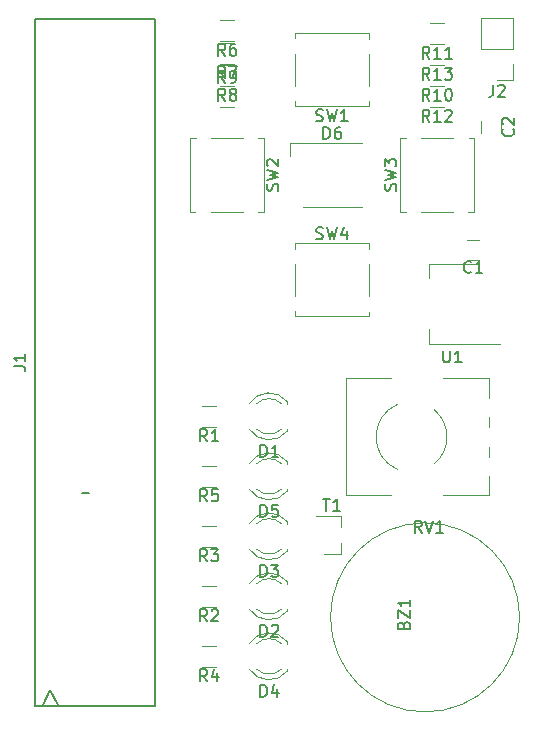
<source format=gbr>
G04 #@! TF.FileFunction,Legend,Top*
%FSLAX46Y46*%
G04 Gerber Fmt 4.6, Leading zero omitted, Abs format (unit mm)*
G04 Created by KiCad (PCBNEW 4.0.6) date 2017 August 12, Saturday 01:15:01*
%MOMM*%
%LPD*%
G01*
G04 APERTURE LIST*
%ADD10C,0.100000*%
%ADD11C,0.120000*%
%ADD12C,0.150000*%
G04 APERTURE END LIST*
D10*
D11*
X86744871Y-120015000D02*
G75*
G03X86744871Y-120015000I-8004871J0D01*
G01*
X63859665Y-104075608D02*
G75*
G03X67092000Y-104232516I1672335J1078608D01*
G01*
X63859665Y-101918392D02*
G75*
G02X67092000Y-101761484I1672335J-1078608D01*
G01*
X64490870Y-104076837D02*
G75*
G03X66572961Y-104077000I1041130J1079837D01*
G01*
X64490870Y-101917163D02*
G75*
G02X66572961Y-101917000I1041130J-1079837D01*
G01*
X67092000Y-104233000D02*
X67092000Y-104077000D01*
X67092000Y-101917000D02*
X67092000Y-101761000D01*
X63859665Y-119315608D02*
G75*
G03X67092000Y-119472516I1672335J1078608D01*
G01*
X63859665Y-117158392D02*
G75*
G02X67092000Y-117001484I1672335J-1078608D01*
G01*
X64490870Y-119316837D02*
G75*
G03X66572961Y-119317000I1041130J1079837D01*
G01*
X64490870Y-117157163D02*
G75*
G02X66572961Y-117157000I1041130J-1079837D01*
G01*
X67092000Y-119473000D02*
X67092000Y-119317000D01*
X67092000Y-117157000D02*
X67092000Y-117001000D01*
X63859665Y-114235608D02*
G75*
G03X67092000Y-114392516I1672335J1078608D01*
G01*
X63859665Y-112078392D02*
G75*
G02X67092000Y-111921484I1672335J-1078608D01*
G01*
X64490870Y-114236837D02*
G75*
G03X66572961Y-114237000I1041130J1079837D01*
G01*
X64490870Y-112077163D02*
G75*
G02X66572961Y-112077000I1041130J-1079837D01*
G01*
X67092000Y-114393000D02*
X67092000Y-114237000D01*
X67092000Y-112077000D02*
X67092000Y-111921000D01*
X63859665Y-124395608D02*
G75*
G03X67092000Y-124552516I1672335J1078608D01*
G01*
X63859665Y-122238392D02*
G75*
G02X67092000Y-122081484I1672335J-1078608D01*
G01*
X64490870Y-124396837D02*
G75*
G03X66572961Y-124397000I1041130J1079837D01*
G01*
X64490870Y-122237163D02*
G75*
G02X66572961Y-122237000I1041130J-1079837D01*
G01*
X67092000Y-124553000D02*
X67092000Y-124397000D01*
X67092000Y-122237000D02*
X67092000Y-122081000D01*
X63859665Y-109155608D02*
G75*
G03X67092000Y-109312516I1672335J1078608D01*
G01*
X63859665Y-106998392D02*
G75*
G02X67092000Y-106841484I1672335J-1078608D01*
G01*
X64490870Y-109156837D02*
G75*
G03X66572961Y-109157000I1041130J1079837D01*
G01*
X64490870Y-106997163D02*
G75*
G02X66572961Y-106997000I1041130J-1079837D01*
G01*
X67092000Y-109313000D02*
X67092000Y-109157000D01*
X67092000Y-106997000D02*
X67092000Y-106841000D01*
X67266000Y-79850000D02*
X73366000Y-79850000D01*
X67266000Y-80950000D02*
X67266000Y-79850000D01*
X73366000Y-85250000D02*
X68366000Y-85250000D01*
D12*
X46355000Y-127460000D02*
X46990000Y-126190000D01*
X46990000Y-126190000D02*
X47625000Y-127460000D01*
X55880000Y-69370000D02*
X55880000Y-127490000D01*
X55880000Y-127490000D02*
X45720000Y-127490000D01*
X45720000Y-127490000D02*
X45720000Y-69370000D01*
X45720000Y-69370000D02*
X55880000Y-69370000D01*
X49720000Y-109510000D02*
X50270000Y-109510000D01*
D11*
X76418018Y-107497432D02*
G75*
G02X76417000Y-101973000I1171982J2762432D01*
G01*
X79518295Y-102437247D02*
G75*
G02X79518000Y-107033000I-1928295J-2297753D01*
G01*
X84150000Y-109696000D02*
X80284000Y-109696000D01*
X75895000Y-109696000D02*
X72030000Y-109696000D01*
X84150000Y-99775000D02*
X80284000Y-99775000D01*
X75895000Y-99775000D02*
X72030000Y-99775000D01*
X84150000Y-109696000D02*
X84150000Y-108060000D01*
X84150000Y-106410000D02*
X84150000Y-105560000D01*
X84150000Y-103910000D02*
X84150000Y-103060000D01*
X84150000Y-101410000D02*
X84150000Y-99775000D01*
X72030000Y-109696000D02*
X72030000Y-99775000D01*
X79116000Y-90062000D02*
X79116000Y-91322000D01*
X79116000Y-96882000D02*
X79116000Y-95622000D01*
X82876000Y-90062000D02*
X79116000Y-90062000D01*
X85126000Y-96882000D02*
X79116000Y-96882000D01*
X82304000Y-89750000D02*
X83304000Y-89750000D01*
X83304000Y-88050000D02*
X82304000Y-88050000D01*
X85178000Y-78986000D02*
X85178000Y-77986000D01*
X83478000Y-77986000D02*
X83478000Y-78986000D01*
X59852000Y-102117000D02*
X61052000Y-102117000D01*
X61052000Y-103877000D02*
X59852000Y-103877000D01*
X59852000Y-117357000D02*
X61052000Y-117357000D01*
X61052000Y-119117000D02*
X59852000Y-119117000D01*
X59852000Y-112277000D02*
X61052000Y-112277000D01*
X61052000Y-114037000D02*
X59852000Y-114037000D01*
X59852000Y-122437000D02*
X61052000Y-122437000D01*
X61052000Y-124197000D02*
X59852000Y-124197000D01*
X59852000Y-107197000D02*
X61052000Y-107197000D01*
X61052000Y-108957000D02*
X59852000Y-108957000D01*
X61376000Y-69478000D02*
X62576000Y-69478000D01*
X62576000Y-71238000D02*
X61376000Y-71238000D01*
X61376000Y-71383000D02*
X62576000Y-71383000D01*
X62576000Y-73143000D02*
X61376000Y-73143000D01*
X61376000Y-73288000D02*
X62576000Y-73288000D01*
X62576000Y-75048000D02*
X61376000Y-75048000D01*
X62576000Y-76826000D02*
X61376000Y-76826000D01*
X61376000Y-75066000D02*
X62576000Y-75066000D01*
X79156000Y-73288000D02*
X80356000Y-73288000D01*
X80356000Y-75048000D02*
X79156000Y-75048000D01*
X79156000Y-69732000D02*
X80356000Y-69732000D01*
X80356000Y-71492000D02*
X79156000Y-71492000D01*
X79156000Y-75066000D02*
X80356000Y-75066000D01*
X80356000Y-76826000D02*
X79156000Y-76826000D01*
X79156000Y-71510000D02*
X80356000Y-71510000D01*
X80356000Y-73270000D02*
X79156000Y-73270000D01*
X86166000Y-69282000D02*
X83506000Y-69282000D01*
X86166000Y-71882000D02*
X86166000Y-69282000D01*
X83506000Y-71882000D02*
X83506000Y-69282000D01*
X86166000Y-71882000D02*
X83506000Y-71882000D01*
X86166000Y-73152000D02*
X86166000Y-74482000D01*
X86166000Y-74482000D02*
X84836000Y-74482000D01*
X71626000Y-114610000D02*
X71626000Y-113680000D01*
X71626000Y-111450000D02*
X71626000Y-112380000D01*
X71626000Y-111450000D02*
X69466000Y-111450000D01*
X71626000Y-114610000D02*
X70166000Y-114610000D01*
X74016000Y-71010000D02*
X74016000Y-70560000D01*
X74016000Y-70560000D02*
X67716000Y-70560000D01*
X67716000Y-70560000D02*
X67716000Y-70960000D01*
X74016000Y-72310000D02*
X74016000Y-75010000D01*
X67716000Y-75010000D02*
X67716000Y-72310000D01*
X74016000Y-76760000D02*
X67716000Y-76760000D01*
X67716000Y-76760000D02*
X67716000Y-76310000D01*
X74016000Y-76310000D02*
X74016000Y-76760000D01*
X59326000Y-79400000D02*
X58876000Y-79400000D01*
X58876000Y-79400000D02*
X58876000Y-85700000D01*
X58876000Y-85700000D02*
X59276000Y-85700000D01*
X60626000Y-79400000D02*
X63326000Y-79400000D01*
X63326000Y-85700000D02*
X60626000Y-85700000D01*
X65076000Y-79400000D02*
X65076000Y-85700000D01*
X65076000Y-85700000D02*
X64626000Y-85700000D01*
X64626000Y-79400000D02*
X65076000Y-79400000D01*
X82406000Y-85700000D02*
X82856000Y-85700000D01*
X82856000Y-85700000D02*
X82856000Y-79400000D01*
X82856000Y-79400000D02*
X82456000Y-79400000D01*
X81106000Y-85700000D02*
X78406000Y-85700000D01*
X78406000Y-79400000D02*
X81106000Y-79400000D01*
X76656000Y-85700000D02*
X76656000Y-79400000D01*
X76656000Y-79400000D02*
X77106000Y-79400000D01*
X77106000Y-85700000D02*
X76656000Y-85700000D01*
X67716000Y-94090000D02*
X67716000Y-94540000D01*
X67716000Y-94540000D02*
X74016000Y-94540000D01*
X74016000Y-94540000D02*
X74016000Y-94140000D01*
X67716000Y-92790000D02*
X67716000Y-90090000D01*
X74016000Y-90090000D02*
X74016000Y-92790000D01*
X67716000Y-88340000D02*
X74016000Y-88340000D01*
X74016000Y-88340000D02*
X74016000Y-88790000D01*
X67716000Y-88790000D02*
X67716000Y-88340000D01*
D12*
X76918511Y-120647032D02*
X76966130Y-120504175D01*
X77013750Y-120456556D01*
X77108988Y-120408937D01*
X77251845Y-120408937D01*
X77347083Y-120456556D01*
X77394702Y-120504175D01*
X77442321Y-120599413D01*
X77442321Y-120980366D01*
X76442321Y-120980366D01*
X76442321Y-120647032D01*
X76489940Y-120551794D01*
X76537559Y-120504175D01*
X76632797Y-120456556D01*
X76728035Y-120456556D01*
X76823273Y-120504175D01*
X76870892Y-120551794D01*
X76918511Y-120647032D01*
X76918511Y-120980366D01*
X76442321Y-120075604D02*
X76442321Y-119408937D01*
X77442321Y-120075604D01*
X77442321Y-119408937D01*
X77442321Y-118504175D02*
X77442321Y-119075604D01*
X77442321Y-118789890D02*
X76442321Y-118789890D01*
X76585178Y-118885128D01*
X76680416Y-118980366D01*
X76728035Y-119075604D01*
X64793905Y-106409381D02*
X64793905Y-105409381D01*
X65032000Y-105409381D01*
X65174858Y-105457000D01*
X65270096Y-105552238D01*
X65317715Y-105647476D01*
X65365334Y-105837952D01*
X65365334Y-105980810D01*
X65317715Y-106171286D01*
X65270096Y-106266524D01*
X65174858Y-106361762D01*
X65032000Y-106409381D01*
X64793905Y-106409381D01*
X66317715Y-106409381D02*
X65746286Y-106409381D01*
X66032000Y-106409381D02*
X66032000Y-105409381D01*
X65936762Y-105552238D01*
X65841524Y-105647476D01*
X65746286Y-105695095D01*
X64793905Y-121649381D02*
X64793905Y-120649381D01*
X65032000Y-120649381D01*
X65174858Y-120697000D01*
X65270096Y-120792238D01*
X65317715Y-120887476D01*
X65365334Y-121077952D01*
X65365334Y-121220810D01*
X65317715Y-121411286D01*
X65270096Y-121506524D01*
X65174858Y-121601762D01*
X65032000Y-121649381D01*
X64793905Y-121649381D01*
X65746286Y-120744619D02*
X65793905Y-120697000D01*
X65889143Y-120649381D01*
X66127239Y-120649381D01*
X66222477Y-120697000D01*
X66270096Y-120744619D01*
X66317715Y-120839857D01*
X66317715Y-120935095D01*
X66270096Y-121077952D01*
X65698667Y-121649381D01*
X66317715Y-121649381D01*
X64793905Y-116569381D02*
X64793905Y-115569381D01*
X65032000Y-115569381D01*
X65174858Y-115617000D01*
X65270096Y-115712238D01*
X65317715Y-115807476D01*
X65365334Y-115997952D01*
X65365334Y-116140810D01*
X65317715Y-116331286D01*
X65270096Y-116426524D01*
X65174858Y-116521762D01*
X65032000Y-116569381D01*
X64793905Y-116569381D01*
X65698667Y-115569381D02*
X66317715Y-115569381D01*
X65984381Y-115950333D01*
X66127239Y-115950333D01*
X66222477Y-115997952D01*
X66270096Y-116045571D01*
X66317715Y-116140810D01*
X66317715Y-116378905D01*
X66270096Y-116474143D01*
X66222477Y-116521762D01*
X66127239Y-116569381D01*
X65841524Y-116569381D01*
X65746286Y-116521762D01*
X65698667Y-116474143D01*
X64793905Y-126729381D02*
X64793905Y-125729381D01*
X65032000Y-125729381D01*
X65174858Y-125777000D01*
X65270096Y-125872238D01*
X65317715Y-125967476D01*
X65365334Y-126157952D01*
X65365334Y-126300810D01*
X65317715Y-126491286D01*
X65270096Y-126586524D01*
X65174858Y-126681762D01*
X65032000Y-126729381D01*
X64793905Y-126729381D01*
X66222477Y-126062714D02*
X66222477Y-126729381D01*
X65984381Y-125681762D02*
X65746286Y-126396048D01*
X66365334Y-126396048D01*
X64793905Y-111489381D02*
X64793905Y-110489381D01*
X65032000Y-110489381D01*
X65174858Y-110537000D01*
X65270096Y-110632238D01*
X65317715Y-110727476D01*
X65365334Y-110917952D01*
X65365334Y-111060810D01*
X65317715Y-111251286D01*
X65270096Y-111346524D01*
X65174858Y-111441762D01*
X65032000Y-111489381D01*
X64793905Y-111489381D01*
X66270096Y-110489381D02*
X65793905Y-110489381D01*
X65746286Y-110965571D01*
X65793905Y-110917952D01*
X65889143Y-110870333D01*
X66127239Y-110870333D01*
X66222477Y-110917952D01*
X66270096Y-110965571D01*
X66317715Y-111060810D01*
X66317715Y-111298905D01*
X66270096Y-111394143D01*
X66222477Y-111441762D01*
X66127239Y-111489381D01*
X65889143Y-111489381D01*
X65793905Y-111441762D01*
X65746286Y-111394143D01*
X70127905Y-79502381D02*
X70127905Y-78502381D01*
X70366000Y-78502381D01*
X70508858Y-78550000D01*
X70604096Y-78645238D01*
X70651715Y-78740476D01*
X70699334Y-78930952D01*
X70699334Y-79073810D01*
X70651715Y-79264286D01*
X70604096Y-79359524D01*
X70508858Y-79454762D01*
X70366000Y-79502381D01*
X70127905Y-79502381D01*
X71556477Y-78502381D02*
X71366000Y-78502381D01*
X71270762Y-78550000D01*
X71223143Y-78597619D01*
X71127905Y-78740476D01*
X71080286Y-78930952D01*
X71080286Y-79311905D01*
X71127905Y-79407143D01*
X71175524Y-79454762D01*
X71270762Y-79502381D01*
X71461239Y-79502381D01*
X71556477Y-79454762D01*
X71604096Y-79407143D01*
X71651715Y-79311905D01*
X71651715Y-79073810D01*
X71604096Y-78978571D01*
X71556477Y-78930952D01*
X71461239Y-78883333D01*
X71270762Y-78883333D01*
X71175524Y-78930952D01*
X71127905Y-78978571D01*
X71080286Y-79073810D01*
X43902381Y-98758333D02*
X44616667Y-98758333D01*
X44759524Y-98805953D01*
X44854762Y-98901191D01*
X44902381Y-99044048D01*
X44902381Y-99139286D01*
X44902381Y-97758333D02*
X44902381Y-98329762D01*
X44902381Y-98044048D02*
X43902381Y-98044048D01*
X44045238Y-98139286D01*
X44140476Y-98234524D01*
X44188095Y-98329762D01*
X78444762Y-112837381D02*
X78111428Y-112361190D01*
X77873333Y-112837381D02*
X77873333Y-111837381D01*
X78254286Y-111837381D01*
X78349524Y-111885000D01*
X78397143Y-111932619D01*
X78444762Y-112027857D01*
X78444762Y-112170714D01*
X78397143Y-112265952D01*
X78349524Y-112313571D01*
X78254286Y-112361190D01*
X77873333Y-112361190D01*
X78730476Y-111837381D02*
X79063809Y-112837381D01*
X79397143Y-111837381D01*
X80254286Y-112837381D02*
X79682857Y-112837381D01*
X79968571Y-112837381D02*
X79968571Y-111837381D01*
X79873333Y-111980238D01*
X79778095Y-112075476D01*
X79682857Y-112123095D01*
X80264095Y-97424381D02*
X80264095Y-98233905D01*
X80311714Y-98329143D01*
X80359333Y-98376762D01*
X80454571Y-98424381D01*
X80645048Y-98424381D01*
X80740286Y-98376762D01*
X80787905Y-98329143D01*
X80835524Y-98233905D01*
X80835524Y-97424381D01*
X81835524Y-98424381D02*
X81264095Y-98424381D01*
X81549809Y-98424381D02*
X81549809Y-97424381D01*
X81454571Y-97567238D01*
X81359333Y-97662476D01*
X81264095Y-97710095D01*
X82637334Y-90757143D02*
X82589715Y-90804762D01*
X82446858Y-90852381D01*
X82351620Y-90852381D01*
X82208762Y-90804762D01*
X82113524Y-90709524D01*
X82065905Y-90614286D01*
X82018286Y-90423810D01*
X82018286Y-90280952D01*
X82065905Y-90090476D01*
X82113524Y-89995238D01*
X82208762Y-89900000D01*
X82351620Y-89852381D01*
X82446858Y-89852381D01*
X82589715Y-89900000D01*
X82637334Y-89947619D01*
X83589715Y-90852381D02*
X83018286Y-90852381D01*
X83304000Y-90852381D02*
X83304000Y-89852381D01*
X83208762Y-89995238D01*
X83113524Y-90090476D01*
X83018286Y-90138095D01*
X86185143Y-78652666D02*
X86232762Y-78700285D01*
X86280381Y-78843142D01*
X86280381Y-78938380D01*
X86232762Y-79081238D01*
X86137524Y-79176476D01*
X86042286Y-79224095D01*
X85851810Y-79271714D01*
X85708952Y-79271714D01*
X85518476Y-79224095D01*
X85423238Y-79176476D01*
X85328000Y-79081238D01*
X85280381Y-78938380D01*
X85280381Y-78843142D01*
X85328000Y-78700285D01*
X85375619Y-78652666D01*
X85375619Y-78271714D02*
X85328000Y-78224095D01*
X85280381Y-78128857D01*
X85280381Y-77890761D01*
X85328000Y-77795523D01*
X85375619Y-77747904D01*
X85470857Y-77700285D01*
X85566095Y-77700285D01*
X85708952Y-77747904D01*
X86280381Y-78319333D01*
X86280381Y-77700285D01*
X60285334Y-105099381D02*
X59952000Y-104623190D01*
X59713905Y-105099381D02*
X59713905Y-104099381D01*
X60094858Y-104099381D01*
X60190096Y-104147000D01*
X60237715Y-104194619D01*
X60285334Y-104289857D01*
X60285334Y-104432714D01*
X60237715Y-104527952D01*
X60190096Y-104575571D01*
X60094858Y-104623190D01*
X59713905Y-104623190D01*
X61237715Y-105099381D02*
X60666286Y-105099381D01*
X60952000Y-105099381D02*
X60952000Y-104099381D01*
X60856762Y-104242238D01*
X60761524Y-104337476D01*
X60666286Y-104385095D01*
X60285334Y-120339381D02*
X59952000Y-119863190D01*
X59713905Y-120339381D02*
X59713905Y-119339381D01*
X60094858Y-119339381D01*
X60190096Y-119387000D01*
X60237715Y-119434619D01*
X60285334Y-119529857D01*
X60285334Y-119672714D01*
X60237715Y-119767952D01*
X60190096Y-119815571D01*
X60094858Y-119863190D01*
X59713905Y-119863190D01*
X60666286Y-119434619D02*
X60713905Y-119387000D01*
X60809143Y-119339381D01*
X61047239Y-119339381D01*
X61142477Y-119387000D01*
X61190096Y-119434619D01*
X61237715Y-119529857D01*
X61237715Y-119625095D01*
X61190096Y-119767952D01*
X60618667Y-120339381D01*
X61237715Y-120339381D01*
X60285334Y-115259381D02*
X59952000Y-114783190D01*
X59713905Y-115259381D02*
X59713905Y-114259381D01*
X60094858Y-114259381D01*
X60190096Y-114307000D01*
X60237715Y-114354619D01*
X60285334Y-114449857D01*
X60285334Y-114592714D01*
X60237715Y-114687952D01*
X60190096Y-114735571D01*
X60094858Y-114783190D01*
X59713905Y-114783190D01*
X60618667Y-114259381D02*
X61237715Y-114259381D01*
X60904381Y-114640333D01*
X61047239Y-114640333D01*
X61142477Y-114687952D01*
X61190096Y-114735571D01*
X61237715Y-114830810D01*
X61237715Y-115068905D01*
X61190096Y-115164143D01*
X61142477Y-115211762D01*
X61047239Y-115259381D01*
X60761524Y-115259381D01*
X60666286Y-115211762D01*
X60618667Y-115164143D01*
X60285334Y-125419381D02*
X59952000Y-124943190D01*
X59713905Y-125419381D02*
X59713905Y-124419381D01*
X60094858Y-124419381D01*
X60190096Y-124467000D01*
X60237715Y-124514619D01*
X60285334Y-124609857D01*
X60285334Y-124752714D01*
X60237715Y-124847952D01*
X60190096Y-124895571D01*
X60094858Y-124943190D01*
X59713905Y-124943190D01*
X61142477Y-124752714D02*
X61142477Y-125419381D01*
X60904381Y-124371762D02*
X60666286Y-125086048D01*
X61285334Y-125086048D01*
X60285334Y-110179381D02*
X59952000Y-109703190D01*
X59713905Y-110179381D02*
X59713905Y-109179381D01*
X60094858Y-109179381D01*
X60190096Y-109227000D01*
X60237715Y-109274619D01*
X60285334Y-109369857D01*
X60285334Y-109512714D01*
X60237715Y-109607952D01*
X60190096Y-109655571D01*
X60094858Y-109703190D01*
X59713905Y-109703190D01*
X61190096Y-109179381D02*
X60713905Y-109179381D01*
X60666286Y-109655571D01*
X60713905Y-109607952D01*
X60809143Y-109560333D01*
X61047239Y-109560333D01*
X61142477Y-109607952D01*
X61190096Y-109655571D01*
X61237715Y-109750810D01*
X61237715Y-109988905D01*
X61190096Y-110084143D01*
X61142477Y-110131762D01*
X61047239Y-110179381D01*
X60809143Y-110179381D01*
X60713905Y-110131762D01*
X60666286Y-110084143D01*
X61809334Y-72460381D02*
X61476000Y-71984190D01*
X61237905Y-72460381D02*
X61237905Y-71460381D01*
X61618858Y-71460381D01*
X61714096Y-71508000D01*
X61761715Y-71555619D01*
X61809334Y-71650857D01*
X61809334Y-71793714D01*
X61761715Y-71888952D01*
X61714096Y-71936571D01*
X61618858Y-71984190D01*
X61237905Y-71984190D01*
X62666477Y-71460381D02*
X62476000Y-71460381D01*
X62380762Y-71508000D01*
X62333143Y-71555619D01*
X62237905Y-71698476D01*
X62190286Y-71888952D01*
X62190286Y-72269905D01*
X62237905Y-72365143D01*
X62285524Y-72412762D01*
X62380762Y-72460381D01*
X62571239Y-72460381D01*
X62666477Y-72412762D01*
X62714096Y-72365143D01*
X62761715Y-72269905D01*
X62761715Y-72031810D01*
X62714096Y-71936571D01*
X62666477Y-71888952D01*
X62571239Y-71841333D01*
X62380762Y-71841333D01*
X62285524Y-71888952D01*
X62237905Y-71936571D01*
X62190286Y-72031810D01*
X61809334Y-74365381D02*
X61476000Y-73889190D01*
X61237905Y-74365381D02*
X61237905Y-73365381D01*
X61618858Y-73365381D01*
X61714096Y-73413000D01*
X61761715Y-73460619D01*
X61809334Y-73555857D01*
X61809334Y-73698714D01*
X61761715Y-73793952D01*
X61714096Y-73841571D01*
X61618858Y-73889190D01*
X61237905Y-73889190D01*
X62142667Y-73365381D02*
X62809334Y-73365381D01*
X62380762Y-74365381D01*
X61809334Y-76270381D02*
X61476000Y-75794190D01*
X61237905Y-76270381D02*
X61237905Y-75270381D01*
X61618858Y-75270381D01*
X61714096Y-75318000D01*
X61761715Y-75365619D01*
X61809334Y-75460857D01*
X61809334Y-75603714D01*
X61761715Y-75698952D01*
X61714096Y-75746571D01*
X61618858Y-75794190D01*
X61237905Y-75794190D01*
X62380762Y-75698952D02*
X62285524Y-75651333D01*
X62237905Y-75603714D01*
X62190286Y-75508476D01*
X62190286Y-75460857D01*
X62237905Y-75365619D01*
X62285524Y-75318000D01*
X62380762Y-75270381D01*
X62571239Y-75270381D01*
X62666477Y-75318000D01*
X62714096Y-75365619D01*
X62761715Y-75460857D01*
X62761715Y-75508476D01*
X62714096Y-75603714D01*
X62666477Y-75651333D01*
X62571239Y-75698952D01*
X62380762Y-75698952D01*
X62285524Y-75746571D01*
X62237905Y-75794190D01*
X62190286Y-75889429D01*
X62190286Y-76079905D01*
X62237905Y-76175143D01*
X62285524Y-76222762D01*
X62380762Y-76270381D01*
X62571239Y-76270381D01*
X62666477Y-76222762D01*
X62714096Y-76175143D01*
X62761715Y-76079905D01*
X62761715Y-75889429D01*
X62714096Y-75794190D01*
X62666477Y-75746571D01*
X62571239Y-75698952D01*
X61809334Y-74748381D02*
X61476000Y-74272190D01*
X61237905Y-74748381D02*
X61237905Y-73748381D01*
X61618858Y-73748381D01*
X61714096Y-73796000D01*
X61761715Y-73843619D01*
X61809334Y-73938857D01*
X61809334Y-74081714D01*
X61761715Y-74176952D01*
X61714096Y-74224571D01*
X61618858Y-74272190D01*
X61237905Y-74272190D01*
X62285524Y-74748381D02*
X62476000Y-74748381D01*
X62571239Y-74700762D01*
X62618858Y-74653143D01*
X62714096Y-74510286D01*
X62761715Y-74319810D01*
X62761715Y-73938857D01*
X62714096Y-73843619D01*
X62666477Y-73796000D01*
X62571239Y-73748381D01*
X62380762Y-73748381D01*
X62285524Y-73796000D01*
X62237905Y-73843619D01*
X62190286Y-73938857D01*
X62190286Y-74176952D01*
X62237905Y-74272190D01*
X62285524Y-74319810D01*
X62380762Y-74367429D01*
X62571239Y-74367429D01*
X62666477Y-74319810D01*
X62714096Y-74272190D01*
X62761715Y-74176952D01*
X79113143Y-76270381D02*
X78779809Y-75794190D01*
X78541714Y-76270381D02*
X78541714Y-75270381D01*
X78922667Y-75270381D01*
X79017905Y-75318000D01*
X79065524Y-75365619D01*
X79113143Y-75460857D01*
X79113143Y-75603714D01*
X79065524Y-75698952D01*
X79017905Y-75746571D01*
X78922667Y-75794190D01*
X78541714Y-75794190D01*
X80065524Y-76270381D02*
X79494095Y-76270381D01*
X79779809Y-76270381D02*
X79779809Y-75270381D01*
X79684571Y-75413238D01*
X79589333Y-75508476D01*
X79494095Y-75556095D01*
X80684571Y-75270381D02*
X80779810Y-75270381D01*
X80875048Y-75318000D01*
X80922667Y-75365619D01*
X80970286Y-75460857D01*
X81017905Y-75651333D01*
X81017905Y-75889429D01*
X80970286Y-76079905D01*
X80922667Y-76175143D01*
X80875048Y-76222762D01*
X80779810Y-76270381D01*
X80684571Y-76270381D01*
X80589333Y-76222762D01*
X80541714Y-76175143D01*
X80494095Y-76079905D01*
X80446476Y-75889429D01*
X80446476Y-75651333D01*
X80494095Y-75460857D01*
X80541714Y-75365619D01*
X80589333Y-75318000D01*
X80684571Y-75270381D01*
X79113143Y-72714381D02*
X78779809Y-72238190D01*
X78541714Y-72714381D02*
X78541714Y-71714381D01*
X78922667Y-71714381D01*
X79017905Y-71762000D01*
X79065524Y-71809619D01*
X79113143Y-71904857D01*
X79113143Y-72047714D01*
X79065524Y-72142952D01*
X79017905Y-72190571D01*
X78922667Y-72238190D01*
X78541714Y-72238190D01*
X80065524Y-72714381D02*
X79494095Y-72714381D01*
X79779809Y-72714381D02*
X79779809Y-71714381D01*
X79684571Y-71857238D01*
X79589333Y-71952476D01*
X79494095Y-72000095D01*
X81017905Y-72714381D02*
X80446476Y-72714381D01*
X80732190Y-72714381D02*
X80732190Y-71714381D01*
X80636952Y-71857238D01*
X80541714Y-71952476D01*
X80446476Y-72000095D01*
X79113143Y-78048381D02*
X78779809Y-77572190D01*
X78541714Y-78048381D02*
X78541714Y-77048381D01*
X78922667Y-77048381D01*
X79017905Y-77096000D01*
X79065524Y-77143619D01*
X79113143Y-77238857D01*
X79113143Y-77381714D01*
X79065524Y-77476952D01*
X79017905Y-77524571D01*
X78922667Y-77572190D01*
X78541714Y-77572190D01*
X80065524Y-78048381D02*
X79494095Y-78048381D01*
X79779809Y-78048381D02*
X79779809Y-77048381D01*
X79684571Y-77191238D01*
X79589333Y-77286476D01*
X79494095Y-77334095D01*
X80446476Y-77143619D02*
X80494095Y-77096000D01*
X80589333Y-77048381D01*
X80827429Y-77048381D01*
X80922667Y-77096000D01*
X80970286Y-77143619D01*
X81017905Y-77238857D01*
X81017905Y-77334095D01*
X80970286Y-77476952D01*
X80398857Y-78048381D01*
X81017905Y-78048381D01*
X79113143Y-74492381D02*
X78779809Y-74016190D01*
X78541714Y-74492381D02*
X78541714Y-73492381D01*
X78922667Y-73492381D01*
X79017905Y-73540000D01*
X79065524Y-73587619D01*
X79113143Y-73682857D01*
X79113143Y-73825714D01*
X79065524Y-73920952D01*
X79017905Y-73968571D01*
X78922667Y-74016190D01*
X78541714Y-74016190D01*
X80065524Y-74492381D02*
X79494095Y-74492381D01*
X79779809Y-74492381D02*
X79779809Y-73492381D01*
X79684571Y-73635238D01*
X79589333Y-73730476D01*
X79494095Y-73778095D01*
X80398857Y-73492381D02*
X81017905Y-73492381D01*
X80684571Y-73873333D01*
X80827429Y-73873333D01*
X80922667Y-73920952D01*
X80970286Y-73968571D01*
X81017905Y-74063810D01*
X81017905Y-74301905D01*
X80970286Y-74397143D01*
X80922667Y-74444762D01*
X80827429Y-74492381D01*
X80541714Y-74492381D01*
X80446476Y-74444762D01*
X80398857Y-74397143D01*
X84502667Y-74934381D02*
X84502667Y-75648667D01*
X84455047Y-75791524D01*
X84359809Y-75886762D01*
X84216952Y-75934381D01*
X84121714Y-75934381D01*
X84931238Y-75029619D02*
X84978857Y-74982000D01*
X85074095Y-74934381D01*
X85312191Y-74934381D01*
X85407429Y-74982000D01*
X85455048Y-75029619D01*
X85502667Y-75124857D01*
X85502667Y-75220095D01*
X85455048Y-75362952D01*
X84883619Y-75934381D01*
X85502667Y-75934381D01*
X70104095Y-109982381D02*
X70675524Y-109982381D01*
X70389809Y-110982381D02*
X70389809Y-109982381D01*
X71532667Y-110982381D02*
X70961238Y-110982381D01*
X71246952Y-110982381D02*
X71246952Y-109982381D01*
X71151714Y-110125238D01*
X71056476Y-110220476D01*
X70961238Y-110268095D01*
X69532667Y-77964762D02*
X69675524Y-78012381D01*
X69913620Y-78012381D01*
X70008858Y-77964762D01*
X70056477Y-77917143D01*
X70104096Y-77821905D01*
X70104096Y-77726667D01*
X70056477Y-77631429D01*
X70008858Y-77583810D01*
X69913620Y-77536190D01*
X69723143Y-77488571D01*
X69627905Y-77440952D01*
X69580286Y-77393333D01*
X69532667Y-77298095D01*
X69532667Y-77202857D01*
X69580286Y-77107619D01*
X69627905Y-77060000D01*
X69723143Y-77012381D01*
X69961239Y-77012381D01*
X70104096Y-77060000D01*
X70437429Y-77012381D02*
X70675524Y-78012381D01*
X70866001Y-77298095D01*
X71056477Y-78012381D01*
X71294572Y-77012381D01*
X72199334Y-78012381D02*
X71627905Y-78012381D01*
X71913619Y-78012381D02*
X71913619Y-77012381D01*
X71818381Y-77155238D01*
X71723143Y-77250476D01*
X71627905Y-77298095D01*
X66280762Y-83883333D02*
X66328381Y-83740476D01*
X66328381Y-83502380D01*
X66280762Y-83407142D01*
X66233143Y-83359523D01*
X66137905Y-83311904D01*
X66042667Y-83311904D01*
X65947429Y-83359523D01*
X65899810Y-83407142D01*
X65852190Y-83502380D01*
X65804571Y-83692857D01*
X65756952Y-83788095D01*
X65709333Y-83835714D01*
X65614095Y-83883333D01*
X65518857Y-83883333D01*
X65423619Y-83835714D01*
X65376000Y-83788095D01*
X65328381Y-83692857D01*
X65328381Y-83454761D01*
X65376000Y-83311904D01*
X65328381Y-82978571D02*
X66328381Y-82740476D01*
X65614095Y-82549999D01*
X66328381Y-82359523D01*
X65328381Y-82121428D01*
X65423619Y-81788095D02*
X65376000Y-81740476D01*
X65328381Y-81645238D01*
X65328381Y-81407142D01*
X65376000Y-81311904D01*
X65423619Y-81264285D01*
X65518857Y-81216666D01*
X65614095Y-81216666D01*
X65756952Y-81264285D01*
X66328381Y-81835714D01*
X66328381Y-81216666D01*
X76260762Y-83883333D02*
X76308381Y-83740476D01*
X76308381Y-83502380D01*
X76260762Y-83407142D01*
X76213143Y-83359523D01*
X76117905Y-83311904D01*
X76022667Y-83311904D01*
X75927429Y-83359523D01*
X75879810Y-83407142D01*
X75832190Y-83502380D01*
X75784571Y-83692857D01*
X75736952Y-83788095D01*
X75689333Y-83835714D01*
X75594095Y-83883333D01*
X75498857Y-83883333D01*
X75403619Y-83835714D01*
X75356000Y-83788095D01*
X75308381Y-83692857D01*
X75308381Y-83454761D01*
X75356000Y-83311904D01*
X75308381Y-82978571D02*
X76308381Y-82740476D01*
X75594095Y-82549999D01*
X76308381Y-82359523D01*
X75308381Y-82121428D01*
X75308381Y-81835714D02*
X75308381Y-81216666D01*
X75689333Y-81550000D01*
X75689333Y-81407142D01*
X75736952Y-81311904D01*
X75784571Y-81264285D01*
X75879810Y-81216666D01*
X76117905Y-81216666D01*
X76213143Y-81264285D01*
X76260762Y-81311904D01*
X76308381Y-81407142D01*
X76308381Y-81692857D01*
X76260762Y-81788095D01*
X76213143Y-81835714D01*
X69532667Y-87944762D02*
X69675524Y-87992381D01*
X69913620Y-87992381D01*
X70008858Y-87944762D01*
X70056477Y-87897143D01*
X70104096Y-87801905D01*
X70104096Y-87706667D01*
X70056477Y-87611429D01*
X70008858Y-87563810D01*
X69913620Y-87516190D01*
X69723143Y-87468571D01*
X69627905Y-87420952D01*
X69580286Y-87373333D01*
X69532667Y-87278095D01*
X69532667Y-87182857D01*
X69580286Y-87087619D01*
X69627905Y-87040000D01*
X69723143Y-86992381D01*
X69961239Y-86992381D01*
X70104096Y-87040000D01*
X70437429Y-86992381D02*
X70675524Y-87992381D01*
X70866001Y-87278095D01*
X71056477Y-87992381D01*
X71294572Y-86992381D01*
X72104096Y-87325714D02*
X72104096Y-87992381D01*
X71866000Y-86944762D02*
X71627905Y-87659048D01*
X72246953Y-87659048D01*
M02*

</source>
